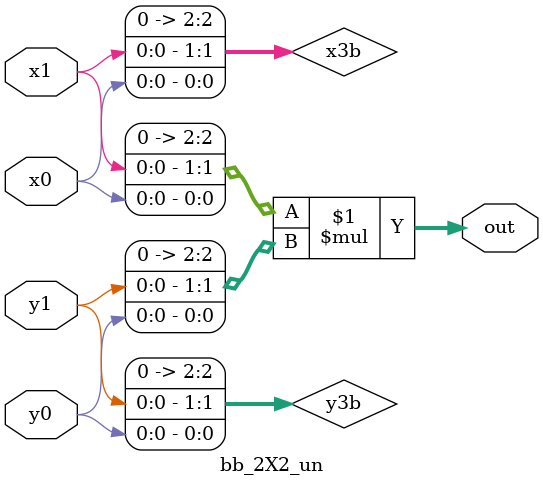
<source format=v>
module b8Xb8_blade8_DW_unsigned (
  input clk,
  input rst_n,
  input [31:0] in1,
  input [31:0] in2,
  output [9:0] out
);

// p0
wire [7:0] p0;
wire [5:0] p0_0,p0_1,p0_2,p0_3;
bb_2X2_un U0_0( .x1(in1[1]), .x0(in1[0]), .y1(in2[1]), .y0(in2[0]), .out(p0_0) );
bb_2X2_un U0_1( .x1(in1[3]), .x0(in1[2]), .y1(in2[3]), .y0(in2[2]), .out(p0_1) );
bb_2X2_un U0_2( .x1(in1[5]), .x0(in1[4]), .y1(in2[5]), .y0(in2[4]), .out(p0_2) );
bb_2X2_un U0_3( .x1(in1[7]), .x0(in1[6]), .y1(in2[7]), .y0(in2[6]), .out(p0_3) );
assign p0 = p0_0 + p0_1 + p0_2 + p0_3;

// p1
wire [7:0] p1;
wire [5:0] p1_0,p1_1,p1_2,p1_3;
bb_2X2_un U1_0( .x1(in1[9]),  .x0(in1[8]),  .y1(in2[9]),  .y0(in2[8]),  .out(p1_0) );
bb_2X2_un U1_1( .x1(in1[11]), .x0(in1[10]), .y1(in2[11]), .y0(in2[10]), .out(p1_1) );
bb_2X2_un U1_2( .x1(in1[13]), .x0(in1[12]), .y1(in2[13]), .y0(in2[12]), .out(p1_2) );
bb_2X2_un U1_3( .x1(in1[15]), .x0(in1[14]), .y1(in2[15]), .y0(in2[14]), .out(p1_3) );
assign p1 = p1_0 + p1_1 + p1_2 + p1_3;

// p2
wire [7:0] p2;
wire [5:0] p2_0,p2_1,p2_2,p2_3;
bb_2X2_un U2_0(  .x1(in1[17]), .x0(in1[16]),  .y1(in2[17]), .y0(in2[16]), .out(p2_0) );
bb_2X2_un U2_1(  .x1(in1[19]), .x0(in1[18]),  .y1(in2[19]), .y0(in2[18]), .out(p2_1) );
bb_2X2_un U2_2( .x1(in1[21]), .x0(in1[20]), .y1(in2[21]), .y0(in2[20]), .out(p2_2) );
bb_2X2_un U2_3( .x1(in1[23]), .x0(in1[22]), .y1(in2[23]), .y0(in2[22]), .out(p2_3) );
assign p2 = p2_0 + p2_1 + p2_2 + p2_3;

// p3
wire [7:0] p3;
wire [5:0] p3_0,p3_1,p3_2,p3_3;
bb_2X2_un U3_0( .x1(in1[25]), .x0(in1[24]), .y1(in2[25]), .y0(in2[24]), .out(p3_0) );
bb_2X2_un U3_1( .x1(in1[27]), .x0(in1[26]), .y1(in2[27]), .y0(in2[26]), .out(p3_1) );
bb_2X2_un U3_2( .x1(in1[29]), .x0(in1[28]), .y1(in2[29]), .y0(in2[28]), .out(p3_2) );
bb_2X2_un U3_3( .x1(in1[31]), .x0(in1[30]), .y1(in2[31]), .y0(in2[30]), .out(p3_3) );
assign p3 = p3_0 + p3_1 + p3_2 + p3_3;

// sum of four BB4
wire [9:0] sum;
assign sum = p0 + p1 + p2 + p3;

reg [9:0] out;
always @ (posedge clk or negedge rst_n) begin
  if (rst_n == 1'b0) begin
    out <= 10'b0;
  end else begin
    out <= sum;
  end
end

endmodule

module bb_2X2_un (
  x1,x0,y1,y0,out
);

input x1,x0,y1,y0;
output [3:0] out;

wire [2:0] x3b;
wire [2:0] y3b;
assign x3b = {x1,x0};
assign y3b = {y1,y0};

assign out = x3b*y3b;

endmodule

</source>
